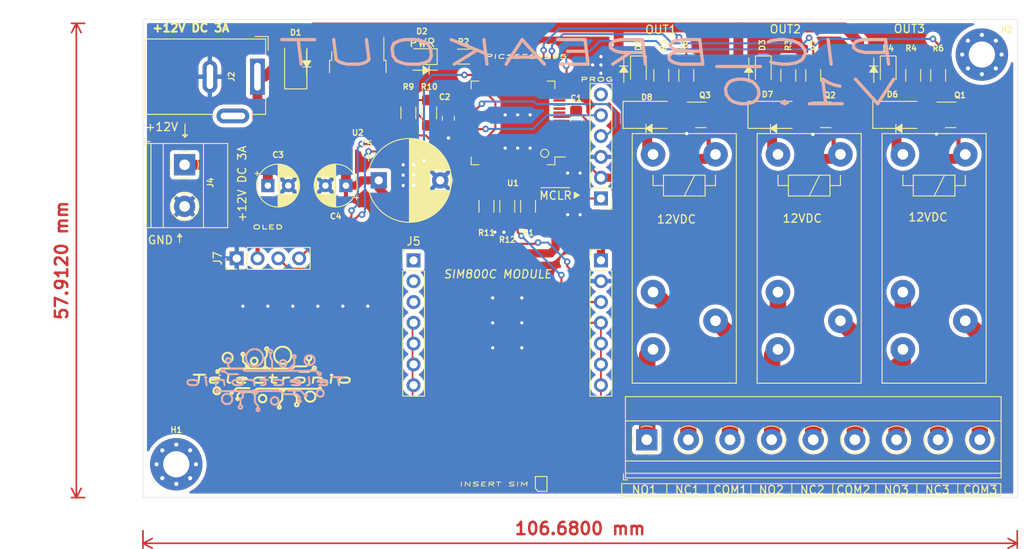
<source format=kicad_pcb>
(kicad_pcb (version 20211014) (generator pcbnew)
  (layers (0 "F.Cu" signal) (31 "B.Cu" signal) (34 "B.Paste" user) (35 "F.Paste" user) (36 "B.SilkS" user "B.Silkscreen") (37 "F.SilkS" user "F.Silkscreen") (38 "B.Mask" user) (39 "F.Mask" user) (44 "Edge.Cuts" user))
  (net 0 "")
  (net 1 "NC1")
  (net 2 "COM1")
  (net 3 "NO1")
  (net 4 "NC2")
  (net 5 "COM2")
  (net 6 "NO2")
  (net 7 "NC3")
  (net 8 "COM3")
  (net 9 "NO3")
  (net 10 "DC_IN")
  (net 11 "GND")
  (net 12 "Net-(D5-Pad1)")
  (net 13 "Net-(D8-Pad2)")
  (net 14 "Net-(D4-Pad1)")
  (net 15 "Net-(D6-Pad2)")
  (net 16 "Net-(D3-Pad1)")
  (net 17 "Net-(D7-Pad2)")
  (net 18 "Net-(D2-Pad1)")
  (net 19 "TX3.3V")
  (net 20 "5VREG")
  (net 21 "MCLR")
  (net 22 "Net-(Q1-Pad1)")
  (net 23 "OUT3")
  (net 24 "Net-(Q2-Pad1)")
  (net 25 "OUT2")
  (net 26 "Net-(Q3-Pad1)")
  (net 27 "OUT1")
  (net 28 "I2C_SCL")
  (net 29 "I2C_SDATA")
  (net 30 "Net-(R11-Pad2)")
  (net 31 "Net-(C3-Pad1)")
  (net 35 "TX2")
  (net 36 "RX2")
  (net 56 "RX1")
  (net 61 "ICSPDAT")
  (net 64 "ICSPCLK")
  (footprint "Resistor_SMD:R_1206_3216Metric_Pad1.30x1.75mm_HandSolder" (layer "F.Cu") (at 176.53 55.88 90)
    (fp_text reference "R12")
    (fp_text value "10K")
  )
  (footprint "Package_TO_SOT_SMD:TO-252-3_TabPin2" (layer "F.Cu") (at 158.2918 40.5198 -90)
    (fp_text reference "U2")
    (fp_text value "NCP1117-5.0_TO252")
  )
  (footprint "Resistor_SMD:R_1206_3216Metric_Pad1.30x1.75mm_HandSolder" (layer "F.Cu") (at 179.07 55.88 90)
    (fp_text reference "R1")
    (fp_text value "10k")
  )
  (footprint "Resistor_SMD:R_1206_3216Metric_Pad1.30x1.75mm_HandSolder" (layer "F.Cu") (at 213.868 39.878 90)
    (fp_text reference "R7")
    (fp_text value "330")
  )
  (footprint "TerminalBlock_Phoenix:TerminalBlock_Phoenix_MKDS-1,5-2-5.08_1x02_P5.08mm_Horizontal" (layer "F.Cu") (at 137.16 50.8 -90)
    (fp_text reference "J4")
    (fp_text value "+12V DC")
  )
  (footprint "TerminalBlock_Phoenix:TerminalBlock_Phoenix_MKDS-1,5-9-5.08_1x09_P5.08mm_Horizontal" (layer "F.Cu") (at 193.548 84.379)
    (fp_text reference "J3" hide)
    (fp_text value "RELAY OUTPUTS")
  )
  (footprint "Connector_PinHeader_2.54mm:PinHeader_1x07_P2.54mm_Vertical" (layer "F.Cu") (at 165.1 62.479)
    (fp_text reference "J5")
    (fp_text value "SIM800C LEFT")
  )
  (footprint "Diode_SMD:D_SMA" (layer "F.Cu") (at 209.296 44.704)
    (fp_text reference "D7")
    (fp_text value "US1M")
  )
  (footprint "Capacitor_THT:CP_Radial_D10.0mm_P7.50mm" (layer "F.Cu") (at 160.847323 52.705)
    (fp_text reference "C5")
    (fp_text value "1000uF")
  )
  (footprint "Package_TO_SOT_SMD:SOT-23" (layer "F.Cu") (at 200.152 44.704)
    (fp_text reference "Q3")
    (fp_text value "BC847")
  )
  (footprint "LED_SMD:LED_0805_2012Metric_Pad1.15x1.40mm_HandSolder" (layer "F.Cu") (at 166.116 37.592 180)
    (fp_text reference "D2")
    (fp_text value "PWR")
  )
  (footprint "Connector_PinHeader_2.54mm:PinHeader_1x06_P2.54mm_Vertical" (layer "F.Cu") (at 187.96 54.9148 180)
    (fp_text reference "J1" hide)
    (fp_text value "PROG PINS")
  )
  (footprint "Resistor_SMD:R_1206_3216Metric_Pad1.30x1.75mm_HandSolder" (layer "F.Cu") (at 171.196 37.592)
    (fp_text reference "R2")
    (fp_text value "330")
  )
  (footprint "Diode_SMD:D_SOD-128" (layer "F.Cu") (at 150.7236 38.4556 90)
    (fp_text reference "D1")
    (fp_text value "BAT54J")
  )
  (footprint "Resistor_SMD:R_1206_3216Metric_Pad1.30x1.75mm_HandSolder" (layer "F.Cu") (at 167.005 44.45 -90)
    (fp_text reference "R10")
    (fp_text value "10k")
  )
  (footprint "LED_SMD:LED_0805_2012Metric_Pad1.15x1.40mm_HandSolder" (layer "F.Cu") (at 207.772 39.37 -90)
    (fp_text reference "D3")
    (fp_text value "LED2")
  )
  (footprint "Resistor_SMD:R_1206_3216Metric_Pad1.30x1.75mm_HandSolder" (layer "F.Cu") (at 226.06 39.878 90)
    (fp_text reference "R4")
    (fp_text value "1k")
  )
  (footprint "Capacitor_SMD:C_0805_2012Metric_Pad1.18x1.45mm_HandSolder" (layer "F.Cu") (at 169.34 45.11 -90)
    (fp_text reference "C2")
    (fp_text value "100n")
  )
  (footprint "Resistor_SMD:R_1206_3216Metric_Pad1.30x1.75mm_HandSolder" (layer "F.Cu") (at 164.465 44.45 -90)
    (fp_text reference "R9")
    (fp_text value "10k")
  )
  (footprint "Resistor_SMD:R_1206_3216Metric_Pad1.30x1.75mm_HandSolder" (layer "F.Cu") (at 195.326 39.878 90)
    (fp_text reference "R5")
    (fp_text value "1k")
  )
  (footprint "MountingHole:MountingHole_3.2mm_M3_Pad_Via" (layer "F.Cu") (at 234.442 37.338)
    (fp_text reference "H2")
    (fp_text value "MountingHole")
  )
  (footprint "Relay_THT:Relay_SPDT_Schrack-RT1-FormC_RM3.5mm" (layer "F.Cu") (at 217.18 49.53 -90)
    (fp_text reference "RL2" hide)
    (fp_text value "G2RL-2-DC12")
  )
  (footprint "Package_TO_SOT_SMD:SOT-23" (layer "F.Cu") (at 215.392 44.704)
    (fp_text reference "Q2")
    (fp_text value "BC847")
  )
  (footprint "LOGO" (layer "F.Cu") (at 147.828 76.708)
    (fp_text reference "G***" hide)
    (fp_text value "LOGO" hide)
  )
  (footprint "Capacitor_SMD:C_0805_2012Metric_Pad1.18x1.45mm_HandSolder" (layer "F.Cu") (at 184.93 45.21 -90)
    (fp_text reference "C1")
    (fp_text value "100n")
  )
  (footprint "LED_SMD:LED_0805_2012Metric_Pad1.15x1.40mm_HandSolder" (layer "F.Cu") (at 223.012 39.37 -90)
    (fp_text reference "D4")
    (fp_text value "LED3")
  )
  (footprint "MountingHole:MountingHole_3.2mm_M3_Pad_Via" (layer "F.Cu") (at 136.144 87.376)
    (fp_text reference "H1")
    (fp_text value "MountingHole")
  )
  (footprint "Diode_SMD:D_SMA" (layer "F.Cu") (at 224.536 44.704)
    (fp_text reference "D6")
    (fp_text value "US1M")
  )
  (footprint "Connector_PinHeader_2.54mm:PinHeader_1x04_P2.54mm_Vertical" (layer "F.Cu") (at 143.52 62.23 90)
    (fp_text reference "J7")
    (fp_text value "OLED")
  )
  (footprint "Connector_PinHeader_2.54mm:PinHeader_1x07_P2.54mm_Vertical" (layer "F.Cu") (at 187.96 62.479)
    (fp_text reference "J6" hide)
    (fp_text value "SIM800C RIGHT")
  )
  (footprint "Capacitor_THT:CP_Radial_D5.0mm_P2.50mm" (layer "F.Cu") (at 156.845 53.34 180)
    (fp_text reference "C4")
    (fp_text value "10uF/25V")
  )
  (footprint "LED_SMD:LED_0805_2012Metric_Pad1.15x1.40mm_HandSolder" (layer "F.Cu") (at 192.532 39.37 -90)
    (fp_text reference "D5")
    (fp_text value "LED1")
  )
  (footprint "Package_QFP:TQFP-64_10x10mm_P0.5mm" (layer "F.Cu") (at 177.23 45.69 180)
    (fp_text reference "U1")
    (fp_text value "PIC16F19195")
  )
  (footprint "Relay_THT:Relay_SPDT_Schrack-RT1-FormC_RM3.5mm" (layer "F.Cu") (at 201.94 49.53 -90)
    (fp_text reference "RL3" hide)
    (fp_text value "G2RL-2-DC12")
  )
  (footprint "Capacitor_THT:CP_Radial_D5.0mm_P2.50mm" (layer "F.Cu") (at 147.32 53.34)
    (fp_text reference "C3")
    (fp_text value "10uF/25V")
  )
  (footprint "Resistor_SMD:R_1206_3216Metric_Pad1.30x1.75mm_HandSolder" (layer "F.Cu") (at 229.108 39.878 90)
    (fp_text reference "R6")
    (fp_text value "330")
  )
  (footprint "Package_TO_SOT_SMD:SOT-23" (layer "F.Cu") (at 230.632 44.704)
    (fp_text reference "Q1")
    (fp_text value "BC847")
  )
  (footprint "Diode_SMD:D_SMA" (layer "F.Cu") (at 194.056 44.704)
    (fp_text reference "D8")
    (fp_text value "US1M")
  )
  (footprint "Relay_THT:Relay_SPDT_Schrack-RT1-FormC_RM3.5mm" (layer "F.Cu") (at 232.42 49.53 -90)
    (fp_text reference "RL1" hide)
    (fp_text value "G2RL-2-DC12")
  )
  (footprint "Connector_BarrelJack:BarrelJack_Wuerth_6941xx301002" (layer "F.Cu") (at 146.05 40.04 -90)
    (fp_text reference "J2")
    (fp_text value "Barrel_Jack_MountingPin")
  )
  (footprint "Resistor_SMD:R_1206_3216Metric_Pad1.30x1.75mm_HandSolder" (layer "F.Cu") (at 173.99 55.88 -90)
    (fp_text reference "R11")
    (fp_text value "5K")
  )
  (footprint "Resistor_SMD:R_1206_3216Metric_Pad1.30x1.75mm_HandSolder" (layer "F.Cu") (at 210.82 39.878 90)
    (fp_text reference "R3")
    (fp_text value "1k")
  )
  (footprint "Resistor_SMD:R_1206_3216Metric_Pad1.30x1.75mm_HandSolder" (layer "F.Cu") (at 198.374 39.878 90)
    (fp_text reference "R8")
    (fp_text value "330")
  )
  (footprint "LOGO" (layer "B.Cu") (at 147 77 180)
    (fp_text reference "G***" hide)
    (fp_text value "LOGO" hide)
  )
  (gr_poly (pts (xy 182.57 53.8) (xy 182.12 53.8) (xy 182.53 53.3)) (layer "F.Cu") (width 0.2) (fill solid))
  (gr_poly (pts (xy 183.19 53.86) (xy 182.55 53.83) (xy 182.57 53.27)) (layer "F.Cu") (width 0.2) (fill solid))
  (gr_line (start 224.7 46.85) (end 223.95 46.35) (layer "F.SilkS") (width 0.12))
  (gr_line (start 136.2964 59.5884) (end 136.7536 59.5884) (layer "F.SilkS") (width 0.12))
  (gr_line (start 184.7088 54.1528) (end 185.3184 54.5084) (layer "F.SilkS") (width 0.12))
  (gr_line (start 165 39.25) (end 167 39.25) (layer "F.SilkS") (width 0.12))
  (gr_line (start 193.45 46.35) (end 193.45 46.85) (layer "F.SilkS") (width 0.12))
  (gr_line (start 137.5156 47.1424) (end 137.2108 47.4472) (layer "F.SilkS") (width 0.12))
  (gr_line (start 220.75 39.5) (end 221.25 38.75) (layer "F.SilkS") (width 0.12))
  (gr_line (start 166.25 39.75) (end 166.25 38.75) (layer "F.SilkS") (width 0.12))
  (gr_line (start 191 89.75) (end 236.75 89.75) (layer "F.SilkS") (width 0.12))
  (gr_line (start 209.4 46.85) (end 208.65 46.35) (layer "F.SilkS") (width 0.12))
  (gr_line (start 152.05 38.85) (end 152.55 38.85) (layer "F.SilkS") (width 0.12))
  (gr_line (start 180.2638 90.678) (end 181.3814 90.678) (layer "F.SilkS") (width 0.12))
  (gr_line (start 190.5 89.75) (end 191 89.75) (layer "F.SilkS") (width 0.12))
  (gr_line (start 194.2 46.85) (end 193.45 46.35) (layer "F.SilkS") (width 0.12))
  (gr_poly (pts (xy 221.25 38.75) (xy 221.75 39.5) (xy 220.75 39.5)) (layer "F.SilkS") (width 0.12) (fill solid))
  (gr_line (start 184.7088 54.864) (end 184.7088 54.1528) (layer "F.SilkS") (width 0.12))
  (gr_line (start 181.3814 88.8746) (end 179.959 88.8746) (layer "F.SilkS") (width 0.12))
  (gr_line (start 196 89.75) (end 196 91.25) (layer "F.SilkS") (width 0.12))
  (gr_line (start 167 39.25) (end 167 38.75) (layer "F.SilkS") (width 0.12))
  (gr_line (start 136.7536 59.5884) (end 136.8044 59.5884) (layer "F.SilkS") (width 0.12))
  (gr_line (start 179.959 88.9254) (end 179.959 90.3224) (layer "F.SilkS") (width 0.12))
  (gr_line (start 205.5 38.75) (end 206.5 38.75) (layer "F.SilkS") (width 0.12))
  (gr_line (start 190.25 38.75) (end 191.25 38.75) (layer "F.SilkS") (width 0.12))
  (gr_line (start 180.6448 53.594) (end 184.15 53.594) (layer "F.SilkS") (width 0.12))
  (gr_line (start 236.75 91.25) (end 190.5 91.25) (layer "F.SilkS") (width 0.12))
  (gr_line (start 223.95 46.35) (end 223.95 46.85) (layer "F.SilkS") (width 0.12))
  (gr_line (start 167 39.25) (end 168 39.25) (layer "F.SilkS") (width 0.12))
  (gr_line (start 221.25 38.75) (end 220.75 38.75) (layer "F.SilkS") (width 0.12))
  (gr_line (start 185.3184 54.5084) (end 184.7088 54.864) (layer "F.SilkS") (width 0.12))
  (gr_line (start 210.65 46.35) (end 208.65 46.35) (layer "F.SilkS") (width 0.12))
  (gr_poly (pts (xy 223.95 46.35) (xy 224.7 45.85) (xy 224.7 46.85)) (layer "F.SilkS") (width 0.12) (fill solid))
  (gr_poly (pts (xy 152.05 38.85) (xy 151.55 38.1) (xy 152.55 38.1)) (layer "F.SilkS") (width 0.12) (fill solid))
  (gr_circle (center 181.1 49.4) (end 181.4 49.8) (layer "F.SilkS") (width 0.12) (fill none))
  (gr_line (start 223.95 46.35) (end 222.95 46.35) (layer "F.SilkS") (width 0.12))
  (gr_line (start 221.25 38.75) (end 221.25 37.75) (layer "F.SilkS") (width 0.12))
  (gr_line (start 136.5504 59.2328) (end 136.2964 59.5884) (layer "F.SilkS") (width 0.12))
  (gr_line (start 181.3814 90.678) (end 181.3814 88.8746) (layer "F.SilkS") (width 0.12))
  (gr_line (start 221.25 40.75) (end 221.25 38.75) (layer "F.SilkS") (width 0.12))
  (gr_poly (pts (xy 208.65 46.35) (xy 209.4 45.85) (xy 209.4 46.85)) (layer "F.SilkS") (width 0.12) (fill solid))
  (gr_line (start 193.45 46.35) (end 192.45 46.35) (layer "F.SilkS") (width 0.12))
  (gr_line (start 190.75 38.75) (end 190.25 38.75) (layer "F.SilkS") (width 0.12))
  (gr_poly (pts (xy 185.2676 54.5084) (xy 184.7088 54.864) (xy 184.7596 54.2544)) (layer "F.SilkS") (width 0.12) (fill solid))
  (gr_line (start 221.5 89.75) (end 221.5 91.25) (layer "F.SilkS") (width 0.12))
  (gr_line (start 195.45 46.35) (end 193.45 46.35) (layer "F.SilkS") (width 0.12))
  (gr_line (start 193.45 46.85) (end 193.45 45.85) (layer "F.SilkS") (width 0.12))
  (gr_line (start 220.75 38.75) (end 221.75 38.75) (layer "F.SilkS") (width 0.12))
  (gr_line (start 167 39.25) (end 166.25 39.75) (layer "F.SilkS") (width 0.12))
  (gr_line (start 190.75 38.75) (end 190.75 37.75) (layer "F.SilkS") (width 0.12))
  (gr_line (start 226.5 89.75) (end 226.5 91.25) (layer "F.SilkS") (width 0.12))
  (gr_line (start 205.5 39.5) (end 206 38.75) (layer "F.SilkS") (width 0.12))
  (gr_line (start 208.65 46.35) (end 208.65 46.85) (layer "F.SilkS") (width 0.12))
  (gr_line (start 206 40.75) (end 206 38.75) (layer "F.SilkS") (width 0.12))
  (gr_line (start 208.65 46.85) (end 208.65 45.85) (layer "F.SilkS") (width 0.12))
  (gr_line (start 152.55 38.85) (end 151.55 38.85) (layer "F.SilkS") (width 0.12))
  (gr_poly (pts (xy 206 38.75) (xy 206.5 39.5) (xy 205.5 39.5)) (layer "F.SilkS") (width 0.12) (fill solid))
  (gr_line (start 136.8044 59.5884) (end 136.5504 59.2328) (layer "F.SilkS") (width 0.12))
  (gr_line (start 231.5 89.75) (end 231.5 91.25) (layer "F.SilkS") (width 0.12))
  (gr_line (start 206.25 89.75) (end 206.25 91.25) (layer "F.SilkS") (width 0.12))
  (gr_poly (pts (xy 190.75 38.75) (xy 191.25 39.5) (xy 190.25 39.5)) (layer "F.SilkS") (width 0.12) (fill solid))
  (gr_line (start 136.5504 60.2996) (end 136.5504 59.2328) (layer "F.SilkS") (width 0.12))
  (gr_line (start 152.55 38.1) (end 152.05 38.85) (layer "F.SilkS") (width 0.12))
  (gr_line (start 206 38.75) (end 205.5 38.75) (layer "F.SilkS") (width 0.12))
  (gr_line (start 179.959 90.3224) (end 180.2638 90.678) (layer "F.SilkS") (width 0.12))
  (gr_line (start 201 89.75) (end 201 91.25) (layer "F.SilkS") (width 0.12))
  (gr_line (start 137.2108 45.8216) (end 137.2108 47.4472) (layer "F.SilkS") (width 0.12))
  (gr_line (start 136.906 47.1424) (end 137.5156 47.1424) (layer "F.SilkS") (width 0.12))
  (gr_poly (pts (xy 167 39.25) (xy 166.25 39.75) (xy 166.25 38.75)) (layer "F.SilkS") (width 0.12) (fill solid))
  (gr_line (start 190.75 40.75) (end 190.75 38.75) (layer "F.SilkS") (width 0.12))
  (gr_line (start 167 38.75) (end 167 39.75) (layer "F.SilkS") (width 0.12))
  (gr_line (start 216.25 89.75) (end 216.25 91.25) (layer "F.SilkS") (width 0.12))
  (gr_line (start 137.2108 47.4472) (end 136.906 47.1424) (layer "F.SilkS") (width 0.12))
  (gr_line (start 179.959 88.8746) (end 179.959 88.9762) (layer "F.SilkS") (width 0.12))
  (gr_line (start 206 38.75) (end 206 37.75) (layer "F.SilkS") (width 0.12))
  (gr_line (start 190.5 91.25) (end 190.5 89.75) (layer "F.SilkS") (width 0.12))
  (gr_line (start 190.25 39.5) (end 190.75 38.75) (layer "F.SilkS") (width 0.12))
  (gr_line (start 208.65 46.35) (end 207.65 46.35) (layer "F.SilkS") (width 0.12))
  (gr_line (start 166.25 38.75) (end 167 39.25) (layer "F.SilkS") (width 0.12))
  (gr_line (start 223.95 46.85) (end 223.95 45.85) (layer "F.SilkS") (width 0.12))
  (gr_line (start 152.05 38.85) (end 152.05 39.85) (layer "F.SilkS") (width 0.12))
  (gr_line (start 211.25 89.75) (end 211.25 91.25) (layer "F.SilkS") (width 0.12))
  (gr_line (start 152.05 36.85) (end 152.05 38.85) (layer "F.SilkS") (width 0.12))
  (gr_line (start 225.95 46.35) (end 223.95 46.35) (layer "F.SilkS") (width 0.12))
  (gr_poly (pts (xy 193.45 46.35) (xy 194.2 45.85) (xy 194.2 46.85)) (layer "F.SilkS") (width 0.12) (fill solid))
  (gr_line (start 236.75 89.75) (end 236.75 91.25) (layer "F.SilkS") (width 0.12))
  (gr_rect (start 238.76 33.02) (end 132.08 91.44) (layer "Edge.Cuts") (width 0.05) (fill none))
  (gr_text "PIC_BREAKOUT\nV1.0" (at 224.97 39.56) (layer "B.SilkS") (effects (font (size 3 7) (thickness 0.4) italic) (justify left mirror)))
  (gr_text "OUT1" (at 195.2752 34.29) (layer "F.SilkS") (effects (font (size 1 1))))
  (gr_text "+12V" (at 134.366 46.1772) (layer "F.SilkS") (effects (font (size 1 1))))
  (gr_text "NC1" (at 198.5 90.5) (layer "F.SilkS") (effects (font (size 1 1))))
  (gr_text "NC3" (at 229 90.5) (layer "F.SilkS") (effects (font (size 1 1))))
  (gr_text "COM2" (at 218.75 90.5) (layer "F.SilkS") (effects (font (size 1 1))))
  (gr_text "PROG" (at 187.452 40.386) (layer "F.SilkS") (effects (font (size 0.5 1) (thickness 0.125))))
  (gr_text "GND" (at 134.2136 59.9948) (layer "F.SilkS") (effects (font (size 1 1))))
  (gr_text "OUT2" (at 210.4644 34.2392) (layer "F.SilkS") (effects (font (size 1 1))))
  (gr_text "12VDC " (at 212.9028 57.3532) (layer "F.SilkS") (effects (font (size 1 1))))
  (gr_text "NO1" (at 193.25 90.5) (layer "F.SilkS") (effects (font (size 1 1))))
  (gr_text "COM3" (at 234.25 90.5) (layer "F.SilkS") (effects (font (size 1 1))))
  (gr_text "+12V DC 3A" (at 144.1704 53.1368 90) (layer "F.SilkS") (effects (font (size 1 1))))
  (gr_text "PWR" (at 166.1668 35.9156) (layer "F.SilkS") (effects (font (size 1 1))))
  (gr_text "INSERT SIM" (at 174.9044 89.8144) (layer "F.SilkS") (effects (font (size 0.5 1) (thickness 0.1) italic)))
  (gr_text "12VDC " (at 228.2444 57.2008) (layer "F.SilkS") (effects (font (size 1 1))))
  (gr_text "NO2" (at 208.75 90.5) (layer "F.SilkS") (effects (font (size 1 1))))
  (gr_text "NO3" (at 224 90.5) (layer "F.SilkS") (effects (font (size 1 1))))
  (gr_text "MCLR\n" (at 182.4228 54.5592) (layer "F.SilkS") (effects (font (size 1 1))))
  (gr_text "SIM800C MODULE" (at 175.3616 64.1604) (layer "F.SilkS") (effects (font (size 1 1) (thickness 0.15) italic)))
  (gr_text "COM1" (at 203.75 90.5) (layer "F.SilkS") (effects (font (size 1 1))))
  (gr_text "OUT3" (at 225.6028 34.1884) (layer "F.SilkS") (effects (font (size 1 1))))
  (gr_text "12VDC " (at 197.5612 57.4548) (layer "F.SilkS") (effects (font (size 1 1))))
  (gr_text "+12V DC 3A" (at 137.922 34.0868) (layer "F.SilkS") (effects (font (size 1 1) (thickness 0.25))))
  (gr_text "NC2" (at 213.75 90.5) (layer "F.SilkS") (effects (font (size 1 1))))
  (dimension (type aligned) (layer "F.Cu") (pts (xy 132.08 94.996) (xy 238.76 94.996)) (height 2.031999) (gr_text "106.6800 mm" (at 185.42 95.227999) (layer "F.Cu") (effects (font (size 1.5 1.5) (thickness 0.3)))) (format (units 3) (units_format 1) (precision 4)) (style (thickness 0.2) (arrow_length 1.27) (text_position_mode 0) (extension_height 0.58642) (extension_offset 0.5) keep_text_aligned))
  (dimension (type aligned) (layer "F.Cu") (pts (xy 164.973 69.088) (xy 187.96 69.088)) (height 11.176) (gr_text "22.9870 mm" (at 176.4665 82.55) (layer "F.Cu") (effects (font (size 1.5 1.5) (thickness 0.3)))) (format (units 3) (units_format 1) (precision 4)) (style (thickness 0.2) (arrow_length 1.27) (text_position_mode 2) (extension_height 0.58642) (extension_offset 0.5) keep_text_aligned))
  (dimension (type aligned) (layer "F.Cu") (pts (xy 125.476 33.528) (xy 125.476 91.44)) (height 1.523999) (gr_text "57.9120 mm" (at 122.152001 62.484 90) (layer "F.Cu") (effects (font (size 1.5 1.5) (thickness 0.3)))) (format (units 3) (units_format 1) (precision 4)) (style (thickness 0.2) (arrow_length 1.27) (text_position_mode 0) (extension_height 0.58642) (extension_offset 0.5) keep_text_aligned))
  (segment (start 198.628 70.658) (end 198.628 84.379) (width 2) (layer "F.Cu") (net 1))
  (segment (start 194.32 66.35) (end 198.628 70.658) (width 2) (layer "F.Cu") (net 1))
  (segment (start 203.708 71.618) (end 203.708 84.379) (width 2) (layer "F.Cu") (net 2))
  (segment (start 201.94 69.85) (end 203.708 71.618) (width 2) (layer "F.Cu") (net 2))
  (segment (start 193.608 74.062) (end 193.608 84.319) (width 2) (layer "F.Cu") (net 3))
  (segment (start 193.608 84.319) (end 193.548 84.379) (width 2) (layer "F.Cu") (net 3))
  (segment (start 194.32 73.35) (end 193.608 74.062) (width 2) (layer "F.Cu") (net 3))
  (segment (start 213.868 72.898) (end 213.868 84.379) (width 2) (layer "F.Cu") (net 4))
  (segment (start 209.56 66.35) (end 209.56 68.59) (width 2) (layer "F.Cu") (net 4))
  (segment (start 209.56 68.59) (end 213.868 72.898) (width 2) (layer "F.Cu") (net 4))
  (segment (start 218.948 84.379) (end 218.948 71.618) (width 2) (layer "F.Cu") (net 5))
  (segment (start 218.948 71.618) (end 217.18 69.85) (width 2) (layer "F.Cu") (net 5))
  (segment (start 208.848 84.319) (end 208.848 74.062) (width 2) (layer "F.Cu") (net 6))
  (segment (start 208.788 84.379) (end 208.848 84.319) (width 2) (layer "F.Cu") (net 6))
  (segment (start 208.848 74.062) (end 209.56 73.35) (width 2) (layer "F.Cu") (net 6))
  (segment (start 224.8 68.59) (end 229.108 72.898) (width 2) (layer "F.Cu") (net 7))
  (segment (start 224.8 66.35) (end 224.8 68.59) (width 2) (layer "F.Cu") (net 7))
  (segment (start 229.108 72.898) (end 229.108 84.379) (width 2) (layer "F.Cu") (net 7))
  (segment (start 234.188 84.379) (end 234.188 71.618) (width 2) (layer "F.Cu") (net 8))
  (segment (start 234.188 71.618) (end 232.42 69.85) (width 2) (layer "F.Cu") (net 8))
  (segment (start 224.028 84.379) (end 224.028 75.48) (width 2) (layer "F.Cu") (net 9))
  (segment (start 224.8 74.708) (end 224.8 73.35) (width 2) (layer "F.Cu") (net 9))
  (segment (start 224.028 75.48) (end 224.8 74.708) (width 2) (layer "F.Cu") (net 9))
  (segment (start 205.232 44.958) (end 207.042 44.958) (width 1.2) (layer "F.Cu") (net 10))
  (segment (start 219.465 40.395) (end 219.456 40.386) (width 0.4) (layer "F.Cu") (net 10))
  (segment (start 146.9392 40.04) (end 150.7236 36.2556) (width 1.2) (layer "F.Cu") (net 10))
  (segment (start 193.608 46.256) (end 192.056 44.704) (width 1.2) (layer "F.Cu") (net 10))
  (segment (start 205.096 40.395) (end 204.724 40.767) (width 0.4) (layer "F.Cu") (net 10))
  (segment (start 219.456 35.814) (end 219.456 40.386) (width 1.2) (layer "F.Cu") (net 10))
  (segment (start 204.724 44.45) (end 205.232 44.958) (width 1.2) (layer "F.Cu") (net 10))
  (segment (start 141.5288 50.8) (end 146.05 46.2788) (width 1.2) (layer "F.Cu") (net 10))
  (segment (start 217.678 34.036) (end 219.456 35.814) (width 1.2) (layer "F.Cu") (net 10))
  (segment (start 152.9432 34.036) (end 190.119 34.036) (width 1.2) (layer "F.Cu") (net 10))
  (segment (start 146.05 40.04) (end 146.9392 40.04) (width 1.2) (layer "F.Cu") (net 10))
  (segment (start 190.509 40.395) (end 190.119 40.005) (width 0.4) (layer "F.Cu") (net 10))
  (segment (start 190.119 34.036) (end 204.724 34.036) (width 1.2) (layer "F.Cu") (net 10))
  (segment (start 207.042 44.958) (end 207.296 44.704) (width 1.2) (layer "F.Cu") (net 10))
  (segment (start 146.05 46.2788) (end 146.05 40.04) (width 1.2) (layer "F.Cu") (net 10))
  (segment (start 219.456 43.942) (end 220.218 44.704) (width 1.2) (layer "F.Cu") (net 10))
  (segment (start 137.16 50.8) (end 139.954 50.8) (width 1.2) (layer "F.Cu") (net 10))
  (segment (start 208.848 46.256) (end 207.296 44.704) (width 1.2) (layer "F.Cu") (net 10))
  (segment (start 190.119 42.767) (end 192.056 44.704) (width 1.2) (layer "F.Cu") (net 10))
  (segment (start 193.608 50.08) (end 193.608 46.256) (width 1.2) (layer "F.Cu") (net 10))
  (segment (start 192.532 40.395) (end 190.509 40.395) (width 0.4) (layer "F.Cu") (net 10))
  (segment (start 190.119 40.005) (end 190.119 42.767) (width 1.2) (layer "F.Cu") (net 10))
  (segment (start 220.218 44.704) (end 222.536 44.704) (width 1.2) (layer "F.Cu") (net 10))
  (segment (start 208.848 50.08) (end 208.848 46.256) (width 1.2) (layer "F.Cu") (net 10))
  (segment (start 219.456 40.386) (end 219.456 43.942) (width 1.2) (layer "F.Cu") (net 10))
  (segment (start 150.7236 36.2556) (end 152.9432 34.036) (width 1.2) (layer "F.Cu") (net 10))
  (segment (start 204.724 34.036) (end 204.724 40.767) (width 1.2) (layer "F.Cu") (net 10))
  (segment (start 223.012 40.395) (end 219.465 40.395) (width 0.4) (layer "F.Cu") (net 10))
  (segment (start 204.724 40.767) (end 204.724 44.45) (width 1.2) (layer "F.Cu") (net 10))
  (segment (start 224.028 46.196) (end 224.028 50.02) (width 1.2) (layer "F.Cu") (net 10))
  (segment (start 222.536 44.704) (end 224.028 46.196) (width 1.2) (layer "F.Cu") (net 10))
  (segment (start 207.772 40.395) (end 205.096 40.395) (width 0.4) (layer "F.Cu") (net 10))
  (segment (start 224.028 50.02) (end 224.088 50.08) (width 1.2) (layer "F.Cu") (net 10))
  (segment (start 190.119 34.036) (end 190.119 40.005) (width 1.2) (layer "F.Cu") (net 10))
  (segment (start 139.954 50.8) (end 141.5288 50.8) (width 1.2) (layer "F.Cu") (net 10))
  (segment (start 204.724 34.036) (end 217.678 34.036) (width 1.2) (layer "F.Cu") (net 10))
  (segment (start 214.4545 45.654) (end 214.4545 46.4543) (width 0.25) (layer "F.Cu") (net 11))
  (segment (start 176.1236 59.0296) (end 176.53 58.6232) (width 0.25) (layer "F.Cu") (net 11))
  (segment (start 229.6945 45.654) (end 229.6945 46.2511) (width 0.25) (layer "F.Cu") (net 11))
  (segment (start 199.2145 46.2003) (end 198.4248 46.99) (width 0.25) (layer "F.Cu") (net 11))
  (segment (start 184.1225 45.44) (end 184.93 46.2475) (width 0.25) (layer "F.Cu") (net 11))
  (segment (start 169.5475 45.94) (end 169.34 46.1475) (width 0.25) (layer "F.Cu") (net 11))
  (segment (start 229.6945 46.2511) (end 228.9048 47.0408) (width 0.25) (layer "F.Cu") (net 11))
  (segment (start 176.53 57.43) (end 176.53 58.6232) (width 0.25) (layer "F.Cu") (net 11))
  (segment (start 214.4545 46.4543) (end 213.8172 47.0916) (width 0.25) (layer "F.Cu") (net 11))
  (segment (start 182.8925 45.44) (end 184.1225 45.44) (width 0.25) (layer "F.Cu") (net 11))
  (segment (start 199.2145 45.654) (end 199.2145 46.2003) (width 0.25) (layer "F.Cu") (net 11))
  (segment (start 171.5675 45.94) (end 169.5475 45.94) (width 0.25) (layer "F.Cu") (net 11))
  (via (at 163.83 50.8) (size 0.8) (drill 0.4) (layers "F.Cu" "B.Cu") (net 11))
  (via (at 165.1 52.07) (size 0.8) (drill 0.4) (layers "F.Cu" "B.Cu") (net 11))
  (via (at 150.368 68.072) (size 0.8) (drill 0.4) (layers "F.Cu" "B.Cu") (net 11))
  (via (at 213.8172 47.0916) (size 0.8) (drill 0.4) (layers "F.Cu" "B.Cu") (net 11))
  (via (at 185.42 56.896) (size 0.8) (drill 0.4) (layers "F.Cu" "B.Cu") (net 11))
  (via (at 178.308 67.056) (size 0.8) (drill 0.4) (layers "F.Cu" "B.Cu") (net 11))
  (via (at 179.324 44.704) (size 0.8) (drill 0.4) (layers "F.Cu" "B.Cu") (net 11))
  (via (at 198.4248 46.99) (size 0.8) (drill 0.4) (layers "F.Cu" "B.Cu") (net 11))
  (via (at 187.96 37.592) (size 0.8) (drill 0.4) (layers "F.Cu" "B.Cu") (net 11))
  (via (at 179.324 48.768) (size 0.8) (drill 0.4) (layers "F.Cu" "B.Cu") (net 11))
  (via (at 187.96 39.624) (size 0.8) (drill 0.4) (layers "F.Cu" "B.Cu") (net 11))
  (via (at 176.276 48.768) (size 0.8) (drill 0.4) (layers "F.Cu" "B.Cu") (net 11))
  (via (at 153.416 68.072) (size 0.8) (drill 0.4) (layers "F.Cu" "B.Cu") (net 11))
  (via (at 183.896 56.896) (size 0.8) (drill 0.4) (layers "F.Cu" "B.Cu") (net 11))
  (via (at 144.272 68.072) (size 0.8) (drill 0.4) (layers "F.Cu" "B.Cu") (net 11))
  (via (at 175.006 59.0296) (size 0.8) (drill 0.4) (layers "F.Cu" "B.Cu") (net 11))
  (via (at 178.308 70.104) (size 0.8) (drill 0.4) (layers "F.Cu" "B.Cu") (net 11))
  (via (at 156.464 68.072) (size 0.8) (drill 0.4) (layers "F.Cu" "B.Cu") (net 11))
  (via (at 228.9048 47.0408) (size 0.8) (drill 0.4) (layers "F.Cu" "B.Cu") (net 11))
  (via (at 176.276 44.704) (size 0.8) (drill 0.4) (layers "F.Cu" "B.Cu") (net 11))
  (via (at 177.8 48.768) (size 0.8) (drill 0.4) (layers "F.Cu" "B.Cu") (net 11))
  (via (at 147.32 68.072) (size 0.8) (drill 0.4) (layers "F.Cu" "B.Cu") (net 11))
  (via (at 163.83 52.07) (size 0.8) (drill 0.4) (layers "F.Cu" "B.Cu") (net 11))
  (via (at 169.36 47.53) (size 0.8) (drill 0.4) (layers "F.Cu" "B.Cu") (net 11))
  (via (at 165.1 53.34) (size 0.8) (drill 0.4) (layers "F.Cu" "B.Cu") (net 11))
  (via (at 159.512 68.072) (size 0.8) (drill 0.4) (layers "F.Cu" "B.Cu") (net 11))
  (via (at 165.1 50.8) (size 0.8) (drill 0.4) (layers "F.Cu" "B.Cu") (net 11))
  (via (at 186.944 38.608) (size 0.8) (drill 0.4) (layers "F.Cu" "B.Cu") (net 11))
  (via (at 185.42 51.816) (size 0.8) (drill 0.4) (layers "F.Cu" "B.Cu") (net 11))
  (via (at 176.1236 59.0296) (size 0.8) (drill 0.4) (layers "F.Cu" "B.Cu") (net 11))
  (via (at 187.96 38.608) (size 0.8) (drill 0.4) (layers "F.Cu" "B.Cu") (net 11))
  (via (at 183.896 51.816) (size 0.8) (drill 0.4) (layers "F.Cu" "B.Cu") (net 11))
  (via (at 163.83 53.34) (size 0.8) (drill 0.4) (layers "F.Cu" "B.Cu") (net 11))
  (via (at 174.752 70.104) (size 0.8) (drill 0.4) (layers "F.Cu" "B.Cu") (net 11))
  (via (at 178.308 73.152) (size 0.8) (drill 0.4) (layers "F.Cu" "B.Cu") (net 11))
  (via (at 174.752 73.152) (size 0.8) (drill 0.4) (layers "F.Cu" "B.Cu") (net 11))
  (via (at 174.752 67.056) (size 0.8) (drill 0.4) (layers "F.Cu" "B.Cu") (net 11))
  (via (at 177.8 44.704) (size 0.8) (drill 0.4) (layers "F.Cu" "B.Cu") (net 11))
  (segment (start 194.056 39.497) (end 194.056 40.513) (width 0.25) (layer "F.Cu") (net 12))
  (segment (start 192.532 38.345) (end 192.904 38.345) (width 0.25) (layer "F.Cu") (net 12))
  (segment (start 192.904 38.345) (end 194.056 39.497) (width 0.25) (layer "F.Cu") (net 12))
  (segment (start 194.971 41.428) (end 195.326 41.428) (width 0.25) (layer "F.Cu") (net 12))
  (segment (start 194.056 40.513) (end 194.971 41.428) (width 0.25) (layer "F.Cu") (net 12))
  (segment (start 196.056 44.704) (end 196.056 47.256) (width 1.2) (layer "F.Cu") (net 13))
  (segment (start 196.85 39.624) (end 196.85 43.91) (width 0.25) (layer "F.Cu") (net 13))
  (segment (start 196.056 47.256) (end 198.88 50.08) (width 1.2) (layer "F.Cu") (net 13))
  (segment (start 201.108 50.08) (end 201.108 47.311) (width 0.5) (layer "F.Cu") (net 13))
  (segment (start 195.554 38.328) (end 196.85 39.624) (width 0.25) (layer "F.Cu") (net 13))
  (segment (start 201.108 44.7225) (end 201.0895 44.704) (width 0.5) (layer "F.Cu") (net 13))
  (segment (start 195.326 38.328) (end 195.554 38.328) (width 0.25) (layer "F.Cu") (net 13))
  (segment (start 196.85 43.91) (end 196.056 44.704) (width 0.25) (layer "F.Cu") (net 13))
  (segment (start 201.108 47.311) (end 201.108 44.7225) (width 0.5) (layer "F.Cu") (net 13))
  (segment (start 198.88 50.08) (end 201.108 50.08) (width 1.2) (layer "F.Cu") (net 13))
  (segment (start 223.012 38.345) (end 223.257 38.345) (width 0.25) (layer "F.Cu") (net 14))
  (segment (start 223.257 38.345) (end 226.06 41.148) (width 0.25) (layer "F.Cu") (net 14))
  (segment (start 226.06 41.148) (end 226.06 41.428) (width 0.25) (layer "F.Cu") (net 14))
  (segment (start 226.536 44.704) (end 226.536 47.336) (width 1.2) (layer "F.Cu") (net 15))
  (segment (start 226.06 38.328) (end 226.06 38.735) (width 0.25) (layer "F.Cu") (net 15))
  (segment (start 227.457 43.783) (end 226.536 44.704) (width 0.25) (layer "F.Cu") (net 15))
  (segment (start 226.536 47.336) (end 229.28 50.08) (width 1.2) (layer "F.Cu") (net 15))
  (segment (start 231.588 47.311) (end 231.588 50.08) (width 0.5) (layer "F.Cu") (net 15))
  (segment (start 231.588 44.7225) (end 231.588 47.311) (width 0.5) (layer "F.Cu") (net 15))
  (segment (start 231.5695 44.704) (end 231.588 44.7225) (width 0.5) (layer "F.Cu") (net 15))
  (segment (start 227.457 40.132) (end 227.457 43.783) (width 0.25) (layer "F.Cu") (net 15))
  (segment (start 229.28 50.08) (end 231.588 50.08) (width 1.2) (layer "F.Cu") (net 15))
  (segment (start 226.06 38.735) (end 227.457 40.132) (width 0.25) (layer "F.Cu") (net 15))
  (segment (start 210.82 41.393) (end 210.82 41.428) (width 0.25) (layer "F.Cu") (net 16))
  (segment (start 207.772 38.345) (end 210.82 41.393) (width 0.25) (layer "F.Cu") (net 16))
  (segment (start 216.348 44.7225) (end 216.348 47.057) (width 0.5) (layer "F.Cu") (net 17))
  (segment (start 216.3295 44.704) (end 216.348 44.7225) (width 0.5) (layer "F.Cu") (net 17))
  (segment (start 214.18 50.08) (end 216.348 50.08) (width 1.2) (layer "F.Cu") (net 17))
  (segment (start 212.217 43.783) (end 211.296 44.704) (width 0.25) (layer "F.Cu") (net 17))
  (segment (start 210.82 38.862) (end 212.217 40.259) (width 0.25) (layer "F.Cu") (net 17))
  (segment (start 212.217 40.259) (end 212.217 43.783) (width 0.25) (layer "F.Cu") (net 17))
  (segment (start 210.82 38.328) (end 210.82 38.862) (width 0.25) (layer "F.Cu") (net 17))
  (segment (start 216.348 47.057) (end 216.348 50.08) (width 0.5) (layer "F.Cu") (net 17))
  (segment (start 211.296 47.196) (end 214.18 50.08) (width 1.2) (layer "F.Cu") (net 17))
  (segment (start 211.296 44.704) (end 211.296 47.196) (width 1.2) (layer "F.Cu") (net 17))
  (segment (start 167.141 37.592) (end 169.646 37.592) (width 1.2) (layer "F.Cu") (net 18))
  (segment (start 177.8 59.0296) (end 178.2572 59.4868) (width 0.25) (layer "F.Cu") (net 19))
  (segment (start 183.134 67.31) (end 185.923 70.099) (width 0.25) (layer "F.Cu") (net 19))
  (segment (start 177.8 58.53) (end 177.8 59.0296) (width 0.25) (layer "F.Cu") (net 19))
  (segment (start 183.134 64.262) (end 183.134 67.31) (width 0.25) (layer "F.Cu") (net 19))
  (segment (start 185.923 70.099) (end 187.96 70.099) (width 0.25) (layer "F.Cu") (net 19))
  (segment (start 173.99 54.33) (end 176.53 54.33) (width 0.25) (layer "F.Cu") (net 19))
  (segment (start 177.8 56.642) (end 177.8 58.53) (width 0.25) (layer "F.Cu") (net 19))
  (segment (start 176.53 55.372) (end 177.8 56.642) (width 0.25) (layer "F.Cu") (net 19))
  (segment (start 176.53 54.33) (end 176.53 55.372) (width 0.25) (layer "F.Cu") (net 19))
  (via (at 183.134 64.262) (size 0.8) (drill 0.4) (layers "F.Cu" "B.Cu") (net 19))
  (via (at 178.2572 59.4868) (size 0.8) (drill 0.4) (layers "F.Cu" "B.Cu") (net 19))
  (segment (start 178.2572 59.4868) (end 183.0324 64.262) (width 0.25) (layer "B.Cu") (net 19))
  (segment (start 183.0324 64.262) (end 183.134 64.262) (width 0.25) (layer "B.Cu") (net 19))
  (segment (start 186.43 50.8448) (end 187.96 52.3748) (width 0.25) (layer "F.Cu") (net 20))
  (segment (start 171.5675 44.44) (end 169.7075 44.44) (width 0.25) (layer "F.Cu") (net 20))
  (segment (start 160.847323 52.705) (end 160.847323 53.659323) (width 1) (layer "F.Cu") (net 20))
  (segment (start 185.0225 44.1725) (end 186.43 45.58) (width 0.25) (layer "F.Cu") (net 20))
  (segment (start 164.465 42.9) (end 158.572 42.9) (width 1.2) (layer "F.Cu") (net 20))
  (segment (start 162.56 55.372) (end 167.132 55.372) (width 1) (layer "F.Cu") (net 20))
  (segment (start 146.06 59.7) (end 146.06 62.23) (width 0.5) (layer "F.Cu") (net 20))
  (segment (start 173.3296 61.6204) (end 181.8132 61.6204) (width 1) (layer "F.Cu") (net 20))
  (segment (start 156.845 44.0666) (end 158.2918 42.6198) (width 1.2) (layer "F.Cu") (net 20))
  (segment (start 164.465 42.9) (end 167.005 42.9) (width 0.25) (layer "F.Cu") (net 20))
  (segment (start 179.1468 57.3532) (end 180.9496 57.3532) (width 1) (layer "F.Cu") (net 20))
  (segment (start 186.43 45.58) (end 186.43 50.8448) (width 0.25) (layer "F.Cu") (net 20))
  (segment (start 182.4228 61.0108) (end 182.4228 60.5028) (width 1) (layer "F.Cu") (net 20))
  (segment (start 156.845 53.34) (end 156.845 55.499) (width 0.5) (layer "F.Cu") (net 20))
  (segment (start 190.9064 57.404) (end 190.9064 53.5432) (width 1) (layer "F.Cu") (net 20))
  (segment (start 172.974 61.214) (end 172.974 61.2648) (width 1) (layer "F.Cu") (net 20))
  (segment (start 148.3868 57.3532) (end 146.05 59.69) (width 0.5) (layer "F.Cu") (net 20))
  (segment (start 158.7246 52.705) (end 160.847323 52.705) (width 1) (layer "F.Cu") (net 20))
  (segment (start 163.9316 37.592) (end 158.9038 42.6198) (width 1.2) (layer "F.Cu") (net 20))
  (segment (start 158.2918 36.3198) (end 158.2918 42.6198) (width 1.2) (layer "F.Cu") (net 20))
  (segment (start 190.9064 53.5432) (end 189.738 52.3748) (width 1) (layer "F.Cu") (net 20))
  (segment (start 156.845 53.34) (end 156.845 44.0666) (width 1.2) (layer "F.Cu") (net 20))
  (segment (start 189.738 52.3748) (end 187.96 52.3748) (width 1) (layer "F.Cu") (net 20))
  (segment (start 187.96 59.685) (end 187.96 62.479) (width 1) (layer "F.Cu") (net 20))
  (segment (start 179.07 57.43) (end 179.1468 57.3532) (width 1) (layer "F.Cu") (net 20))
  (segment (start 180.9496 57.3532) (end 182.4228 58.8264) (width 1) (layer "F.Cu") (net 20))
  (segment (start 165.091 37.592) (end 163.9316 37.592) (width 1.2) (layer "F.Cu") (net 20))
  (segment (start 160.847323 53.659323) (end 162.56 55.372) (width 1) (layer "F.Cu") (net 20))
  (segment (start 172.974 61.2648) (end 173.3296 61.6204) (width 1) (layer "F.Cu") (net 20))
  (segment (start 182.5802 59.685) (end 187.96 59.685) (width 1) (layer "F.Cu") (net 20))
  (segment (start 168.1775 44.0725) (end 167.005 42.9) (width 0.25) (layer "F.Cu") (net 20))
  (segment (start 154.9908 57.3532) (end 148.3868 57.3532) (width 0.5) (layer "F.Cu") (net 20))
  (segment (start 182.4228 59.8424) (end 182.5802 59.685) (width 1) (layer "F.Cu") (net 20))
  (segment (start 169.7075 44.44) (end 169.34 44.0725) (width 0.25) (layer "F.Cu") (net 20))
  (segment (start 188.6254 59.685) (end 190.9064 57.404) (width 1) (layer "F.Cu") (net 20))
  (segment (start 182.8925 44.94) (end 184.1625 44.94) (width 0.25) (layer "F.Cu") (net 20))
  (segment (start 184.1625 44.94) (end 184.93 44.1725) (width 0.25) (layer "F.Cu") (net 20))
  (segment (start 158.0896 53.34) (end 158.7246 52.705) (width 1) (layer "F.Cu") (net 20))
  (segment (start 158.9038 42.6198) (end 158.2918 42.6198) (width 1.2) (layer "F.Cu") (net 20))
  (segment (start 182.4228 58.8264) (end 182.4228 60.5028) (width 1) (layer "F.Cu") (net 20))
  (segment (start 181.8132 61.6204) (end 182.4228 61.0108) (width 1) (layer "F.Cu") (net 20))
  (segment (start 169.34 44.0725) (end 168.1775 44.0725) (width 0.25) (layer "F.Cu") (net 20))
  (segment (start 187.96 59.685) (end 188.6254 59.685) (width 1) (layer "F.Cu") (net 20))
  (segment (start 182.4228 60.5028) (end 182.4228 59.8424) (width 1) (layer "F.Cu") (net 20))
  (segment (start 167.132 55.372) (end 172.974 61.214) (width 1) (layer "F.Cu") (net 20))
  (segment (start 146.05 59.69) (end 146.06 59.7) (width 0.5) (layer "F.Cu") (net 20))
  (segment (start 156.845 53.34) (end 158.0896 53.34) (width 1) (layer "F.Cu") (net 20))
  (segment (start 156.845 55.499) (end 154.9908 57.3532) (width 0.5) (layer "F.Cu") (net 20))
  (segment (start 160.847323 52.705) (end 160.847323 52.868277) (width 1.2) (layer "F.Cu") (net 20))
  (segment (start 158.572 42.9) (end 158.2918 42.6198) (width 1.2) (layer "F.Cu") (net 20))
  (segment (start 184.93 44.1725) (end 185.0225 44.1725) (width 0.25) (layer "F.Cu") (net 20))
  (segment (start 182.5682 53.855) (end 179.545 53.855) (width 0.25) (layer "F.Cu") (net 21))
  (segment (start 182.8925 46.44) (end 181.83 46.44) (width 0.25) (layer "F.Cu") (net 21))
  (segment (start 181.83 46.44) (end 181.45 46.82) (width 0.25) (layer "F.Cu") (net 21))
  (segment (start 184.8174 53.855) (end 185.8772 54.9148) (width 0.25) (layer "F.Cu") (net 21))
  (segment (start 182.5682 50.9582) (end 182.5682 53.855) (width 0.25) (layer "F.Cu") (net 21))
  (segment (start 182.5682 53.855) (end 184.8174 53.855) (width 0.25) (layer "F.Cu") (net 21))
  (segment (start 179.545 53.855) (end 179.07 54.33) (width 0.25) (layer "F.Cu") (net 21))
  (segment (start 181.45 49.84) (end 182.5682 50.9582) (width 0.25) (layer "F.Cu") (net 21))
  (segment (start 185.8772 54.9148) (end 187.96 54.9148) (width 0.25) (layer "F.Cu") (net 21))
  (segment (start 181.45 46.82) (end 181.45 49.84) (width 0.25) (layer "F.Cu") (net 21))
  (segment (start 229.108 43.1675) (end 229.6945 43.754) (width 0.25) (layer "F.Cu") (net 22))
  (segment (start 229.108 41.428) (end 229.108 43.1675) (width 0.25) (layer "F.Cu") (net 22))
  (segment (start 183.77 38.75) (end 183.77 40.2) (width 0.25) (layer "F.Cu") (net 23))
  (segment (start 183.73 38.71) (end 183.77 38.75) (width 0.25) (layer "F.Cu") (net 23))
  (segment (start 183.77 40.2) (end 184.55 40.98) (width 0.25) (layer "F.Cu") (net 23))
  (segment (start 184.55 40.98) (end 184.55 42.09) (width 0.25) (layer "F.Cu") (net 23))
  (segment (start 229.108 36.068) (end 228.473 35.433) (width 0.25) (layer "F.Cu") (net 23))
  (segment (start 184.55 42.09) (end 184.2 42.44) (width 0.25) (layer "F.Cu") (net 23))
  (segment (start 184.2 42.44) (end 182.8925 42.44) (width 0.25) (layer "F.Cu") (net 23))
  (segment (start 229.108 38.328) (end 229.108 36.068) (width 0.25) (layer "F.Cu") (net 23))
  (via (at 183.73 38.71) (size 0.8) (drill 0.4) (layers "F.Cu" "B.Cu") (net 23))
  (via (at 228.473 35.433) (size 0.8) (drill 0.4) (layers "F.Cu" "B.Cu") (net 23))
  (segment (start 187.833 35.687) (end 194.691 35.687) (width 0.25) (layer "B.Cu") (net 23))
  (segment (start 183.73 37.504) (end 184.277 36.957) (width 0.25) (layer "B.Cu") (net 23))
  (segment (start 184.277 36.957) (end 186.563 36.957) (width 0.25) (layer "B.Cu") (net 23))
  (segment (start 186.563 36.957) (end 187.833 35.687) (width 0.25) (layer "B.Cu") (net 23))
  (segment (start 183.73 38.71) (end 183.73 37.504) (width 0.25) (layer "B.Cu") (net 23))
  (segment (start 213.614 36.703) (end 214.884 35.433) (width 0.25) (layer "B.Cu") (net 23))
  (segment (start 195.707 36.703) (end 213.614 36.703) (width 0.25) (layer "B.Cu") (net 23))
  (segment (start 194.691 35.687) (end 195.707 36.703) (width 0.25) (layer "B.Cu") (net 23))
  (segment (start 214.884 35.433) (end 228.473 35.433) (width 0.25) (layer "B.Cu") (net 23))
  (segment (start 214.4545 42.0145) (end 213.868 41.428) (width 0.25) (layer "F.Cu") (net 24))
  (segment (start 214.4545 43.754) (end 214.4545 42.0145) (width 0.25) (layer "F.Cu") (net 24))
  (segment (start 181.98 41.0275) (end 182.8925 41.94) (width 0.25) (layer "F.Cu") (net 25))
  (segment (start 181.98 36.9) (end 181.98 41.0275) (width 0.25) (layer "F.Cu") (net 25))
  (segment (start 213.868 38.328) (end 213.868 35.814) (width 0.25) (layer "F.Cu") (net 25))
  (segment (start 213.868 35.814) (end 213.36 35.306) (width 0.25) (layer "F.Cu") (net 25))
  (via (at 181.98 36.9) (size 0.8) (drill 0.4) (layers "F.Cu" "B.Cu") (net 25))
  (via (at 213.36 35.306) (size 0.8) (drill 0.4) (layers "F.Cu" "B.Cu") (net 25))
  (segment (start 181.98 36.9) (end 181.991 36.195) (width 0.25) (layer "B.Cu") (net 25))
  (segment (start 196.615011 35.960011) (end 212.705989 35.960011) (width 0.25) (layer "B.Cu") (net 25))
  (segment (start 181.991 36.195) (end 183.340521 34.845479) (width 0.25) (layer "B.Cu") (net 25))
  (segment (start 183.340521 34.845479) (end 195.500479 34.845479) (width 0.25) (layer "B.Cu") (net 25))
  (segment (start 195.500479 34.845479) (end 196.615011 35.960011) (width 0.25) (layer "B.Cu") (net 25))
  (segment (start 212.705989 35.960011) (end 213.36 35.306) (width 0.25) (layer "B.Cu") (net 25))
  (segment (start 199.2145 43.754) (end 198.374 42.9135) (width 0.25) (layer "F.Cu") (net 26))
  (segment (start 198.374 42.9135) (end 198.374 41.428) (width 0.25) (layer "F.Cu") (net 26))
  (segment (start 198.374 38.328) (end 198.374 36.1245) (width 0.25) (layer "F.Cu") (net 27))
  (segment (start 180.96 40.0075) (end 180.98 40.0275) (width 0.25) (layer "F.Cu") (net 27))
  (segment (start 180.96 36.81) (end 180.96 40.0075) (width 0.25) (layer "F.Cu") (net 27))
  (segment (start 198.374 36.1245) (end 197.485 35.2355) (width 0.25) (layer "F.Cu") (net 27))
  (via (at 180.96 36.81) (size 0.8) (drill 0.4) (layers "F.Cu" "B.Cu") (net 27))
  (via (at 197.485 35.2355) (size 0.8) (drill 0.4) (layers "F.Cu" "B.Cu") (net 27))
  (segment (start 182.88 34.163) (end 196.4125 34.163) (width 0.25) (layer "B.Cu") (net 27))
  (segment (start 196.4125 34.163) (end 197.485 35.2355) (width 0.25) (layer "B.Cu") (net 27))
  (segment (start 180.96 36.81) (end 180.975 36.068) (width 0.25) (layer "B.Cu") (net 27))
  (segment (start 180.975 36.068) (end 182.88 34.163) (width 0.25) (layer "B.Cu") (net 27))
  (segment (start 165.685 47.22) (end 164.465 46) (width 0.25) (layer "F.Cu") (net 28))
  (segment (start 157.3276 58.0644) (end 157.3276 61.4172) (width 0.25) (layer "F.Cu") (net 28))
  (segment (start 158.496 56.896) (end 157.3276 58.0644) (width 0.25) (layer "F.Cu") (net 28))
  (segment (start 168.328614 48.94) (end 166.608614 47.22) (width 0.25) (layer "F.Cu") (net 28))
  (segment (start 166.608614 47.22) (end 165.685 47.22) (width 0.25) (layer "F.Cu") (net 28))
  (segment (start 155.2448 63.5) (end 149.87 63.5) (width 0.25) (layer "F.Cu") (net 28))
  (segment (start 149.87 63.5) (end 148.6 62.23) (width 0.25) (layer "F.Cu") (net 28))
  (segment (start 171.5675 48.94) (end 168.328614 48.94) (width 0.25) (layer "F.Cu") (net 28))
  (segment (start 160.8836 49.1744) (end 164.058 46) (width 0.25) (layer "F.Cu") (net 28))
  (segment (start 159.6136 49.1744) (end 160.8836 49.1744) (width 0.25) (layer "F.Cu") (net 28))
  (segment (start 158.8008 56.896) (end 158.496 56.896) (width 0.25) (layer "F.Cu") (net 28))
  (segment (start 164.058 46) (end 164.465 46) (width 0.25) (layer "F.Cu") (net 28))
  (segment (start 157.3276 61.4172) (end 155.2448 63.5) (width 0.25) (layer "F.Cu") (net 28))
  (via (at 159.6136 49.1744) (size 0.8) (drill 0.4) (layers "F.Cu" "B.Cu") (net 28))
  (via (at 158.8008 56.896) (size 0.8) (drill 0.4) (layers "F.Cu" "B.Cu") (net 28))
  (segment (start 158.8008 56.896) (end 159.163942 56.532858) (width 0.25) (layer "B.Cu") (net 28))
  (segment (start 159.163942 56.532858) (end 159.163942 49.624058) (width 0.25) (layer "B.Cu") (net 28))
  (segment (start 159.163942 49.624058) (end 159.6136 49.1744) (width 0.25) (layer "B.Cu") (net 28))
  (segment (start 155.0266 60.96) (end 152.41 60.96) (width 0.25) (layer "F.Cu") (net 29))
  (segment (start 163.576 44.45) (end 165.455 44.45) (width 0.25) (layer "F.Cu") (net 29))
  (segment (start 157.5308 56.388) (end 157.5308 57.0992) (width 0.25) (layer "F.Cu") (net 29))
  (segment (start 162.306 46.736) (end 162.306 45.72) (width 0.25) (layer "F.Cu") (net 29))
  (segment (start 167.005 46) (end 167.99 46.985) (width 0.25) (layer "F.Cu") (net 29))
  (segment (start 155.6612 58.9688) (end 155.6612 60.3254) (width 0.25) (layer "F.Cu") (net 29))
  (segment (start 158.75 48.26) (end 160.782 48.26) (width 0.25) (layer "F.Cu") (net 29))
  (segment (start 165.455 44.45) (end 167.005 46) (width 0.25) (layer "F.Cu") (net 29))
  (segment (start 155.6612 60.3254) (end 155.0266 60.96) (width 0.25) (layer "F.Cu") (net 29))
  (segment (start 167.99 46.985) (end 167.99 47.36) (width 0.25) (layer "F.Cu") (net 29))
  (segment (start 152.41 60.96) (end 151.14 62.23) (width 0.25) (layer "F.Cu") (net 29))
  (segment (start 162.306 45.72) (end 163.576 44.45) (width 0.25) (layer "F.Cu") (net 29))
  (segment (start 157.5308 57.0992) (end 155.6612 58.9688) (width 0.25) (layer "F.Cu") (net 29))
  (segment (start 160.782 48.26) (end 162.306 46.736) (width 0.25) (layer "F.Cu") (net 29))
  (segment (start 169.07 48.44) (end 171.5675 48.44) (width 0.25) (layer "F.Cu") (net 29))
  (segment (start 167.99 47.36) (end 169.07 48.44) (width 0.25) (layer "F.Cu") (net 29))
  (via (at 158.75 48.26) (size 0.8) (drill 0.4) (layers "F.Cu" "B.Cu") (net 29))
  (via (at 157.5308 56.388) (size 0.8) (drill 0.4) (layers "F.Cu" "B.Cu") (net 29))
  (segment (start 157.5308 56.388) (end 158.2928 55.626) (width 0.25) (layer "B.Cu") (net 29))
  (segment (start 158.2928 55.626) (end 158.2928 48.7172) (width 0.25) (layer "B.Cu") (net 29))
  (segment (start 158.2928 48.7172) (end 158.75 48.26) (width 0.25) (layer "B.Cu") (net 29))
  (segment (start 175.08 43.16) (end 173.98 42.06) (width 0.25) (layer "F.Cu") (net 30))
  (segment (start 173.99 57.43) (end 171.196 54.636) (width 0.25) (layer "F.Cu") (net 30))
  (segment (start 175.08 46.408) (end 175.08 43.16) (width 0.25) (layer "F.Cu") (net 30))
  (segment (start 171.196 54.636) (end 171.196 51.308) (width 0.25) (layer "F.Cu") (net 30))
  (segment (start 171.196 51.308) (end 173.624 48.88) (width 0.25) (layer "F.Cu") (net 30))
  (segment (start 173.624 48.88) (end 173.624 47.864) (width 0.25) (layer "F.Cu") (net 30))
  (segment (start 173.98 42.06) (end 173.98 40.0275) (width 0.25) (layer "F.Cu") (net 30))
  (segment (start 173.624 47.864) (end 175.08 46.408) (width 0.25) (layer "F.Cu") (net 30))
  (segment (start 150.7236 40.2336) (end 150.7236 40.6556) (width 1.2) (layer "F.Cu") (net 31))
  (segment (start 147.32 51.18) (end 147.32 53.34) (width 1.2) (layer "F.Cu") (net 31))
  (segment (start 154.6374 36.3198) (end 150.7236 40.2336) (width 1.2) (layer "F.Cu") (net 31))
  (segment (start 156.0118 36.3198) (end 154.6374 36.3198) (width 1.2) (layer "F.Cu") (net 31))
  (segment (start 150.7236 47.7764) (end 147.32 51.18) (width 1.2) (layer "F.Cu") (net 31))
  (segment (start 150.7236 40.6556) (end 150.7236 47.7764) (width 1.2) (layer "F.Cu") (net 31))
  (segment (start 183.8452 63.1952) (end 184.912 64.262) (width 0.25) (layer "F.Cu") (net 56))
  (segment (start 186.177 67.559) (end 187.96 67.559) (width 0.25) (layer "F.Cu") (net 56))
  (segment (start 183.8452 62.6364) (end 183.8452 63.1952) (width 0.25) (layer "F.Cu") (net 56))
  (segment (start 171.31 39.83) (end 173.2825 39.83) (width 0.25) (layer "F.Cu") (net 56))
  (segment (start 173.2825 39.83) (end 173.48 40.0275) (width 0.25) (layer "F.Cu") (net 56))
  (segment (start 169.418 51.054) (end 170.434 52.07) (width 0.25) (layer "F.Cu") (net 56))
  (segment (start 170.434 52.07) (end 170.434 56.642) (width 0.25) (layer "F.Cu") (net 56))
  (segment (start 175.2092 60.452) (end 180.1368 60.452) (width 0.25) (layer "F.Cu") (net 56))
  (segment (start 180.1368 60.452) (end 180.2892 60.2996) (width 0.25) (layer "F.Cu") (net 56))
  (segment (start 167.132 51.054) (end 169.418 51.054) (width 0.25) (layer "F.Cu") (net 56))
  (segment (start 170.434 56.642) (end 174.244 60.452) (width 0.25) (layer "F.Cu") (net 56))
  (segment (start 184.912 66.294) (end 186.177 67.559) (width 0.25) (layer "F.Cu") (net 56))
  (segment (start 174.244 60.452) (end 175.2092 60.452) (width 0.25) (layer "F.Cu") (net 56))
  (segment (start 166.37 50.292) (end 167.132 51.054) (width 0.25) (layer "F.Cu") (net 56))
  (segment (start 184.912 64.262) (end 184.912 66.294) (width 0.25) (layer "F.Cu") (net 56))
  (via (at 171.31 39.83) (size 0.8) (drill 0.4) (layers "F.Cu" "B.Cu") (net 56))
  (via (at 183.8452 62.6364) (size 0.8) (drill 0.4) (layers "F.Cu" "B.Cu") (net 56))
  (via (at 166.37 50.292) (size 0.8) (drill 0.4) (layers "F.Cu" "B.Cu") (net 56))
  (via (at 180.2892 60.2996) (size 0.8) (drill 0.4) (layers "F.Cu" "B.Cu") (net 56))
  (segment (start 166.37 40.86) (end 166.37 50.292) (width 0.25) (layer "B.Cu") (net 56))
  (segment (start 167.4 39.83) (end 166.37 40.86) (width 0.25) (layer "B.Cu") (net 56))
  (segment (start 181.5084 60.2996) (end 183.8452 62.6364) (width 0.25) (layer "B.Cu") (net 56))
  (segment (start 171.31 39.83) (end 167.4 39.83) (width 0.25) (layer "B.Cu") (net 56))
  (segment (start 180.2892 60.2996) (end 181.5084 60.2996) (width 0.25) (layer "B.Cu") (net 56))
  (segment (start 171.5675 43.94) (end 172.84 43.94) (width 0.25) (layer "F.Cu") (net 61))
  (segment (start 172.84 43.94) (end 173.43 43.35) (width 0.25) (layer "F.Cu") (net 61))
  (via (at 173.43 43.35) (size 0.8) (drill 0.4) (layers "F.Cu" "B.Cu") (net 61))
  (segment (start 189.738 46.1264) (end 188.5696 47.2948) (width 0.25) (layer "B.Cu") (net 61))
  (segment (start 188.728111 43.389311) (end 189.738 44.3992) (width 0.25) (layer "B.Cu") (net 61))
  (segment (start 173.7016 43.0784) (end 179.7812 43.0784) (width 0.25) (layer "B.Cu") (net 61))
  (segment (start 179.7812 43.0784) (end 180.092111 43.389311) (width 0.25) (layer "B.Cu") (net 61))
  (segment (start 189.738 44.3992) (end 189.738 46.1264) (width 0.25) (layer "B.Cu") (net 61))
  (segment (start 180.092111 43.389311) (end 188.728111 43.389311) (width 0.25) (layer "B.Cu") (net 61))
  (segment (start 188.5696 47.2948) (end 187.96 47.2948) (width 0.25) (layer "B.Cu") (net 61))
  (segment (start 173.43 43.35) (end 173.7016 43.0784) (width 0.25) (layer "B.Cu") (net 61))
  (segment (start 173.8796 46.44) (end 171.5675 46.44) (width 0.25) (layer "F.Cu") (net 64))
  (segment (start 173.8884 46.4312) (end 173.8796 46.44) (width 0.25) (layer "F.Cu") (net 64))
  (via (at 173.8884 46.4312) (size 0.8) (drill 0.4) (layers "F.Cu" "B.Cu") (net 64))
  (segment (start 173.8996 46.42) (end 179.6908 46.42) (width 0.25) (layer "B.Cu") (net 64))
  (segment (start 179.6908 46.42) (end 181.356 44.7548) (width 0.25) (layer "B.Cu") (net 64))
  (segment (start 181.356 44.7548) (end 187.96 44.7548) (width 0.25) (layer "B.Cu") (net 64))
  (segment (start 173.8884 46.4312) (end 173.8996 46.42) (width 0.25) (layer "B.Cu") (net 64))
  (zone (net 11) (net_name "GND") (layers F&B.Cu) (connect_pads (clearance 0.508)) (min_thickness 0.254) (fill yes (thermal_gap 0.508) (thermal_bridge_width 0.508) (smoothing fillet) (radius 1))
    (polygon (pts (xy 238.76 91.44) (xy 132.08 91.44) (xy 132.08 33.02) (xy 238.76 33.02)))
  )
  (zone (net 11) (net_name "GND") (layer "B.Cu") (connect_pads (clearance 0.508)) (min_thickness 0.254) (fill yes (thermal_gap 0.508) (thermal_bridge_width 0.508) (smoothing fillet) (radius 1))
    (polygon (pts (xy 238.76 91.44) (xy 132.08 91.44) (xy 132.08 33.02) (xy 238.76 33.02)))
  )
)
</source>
